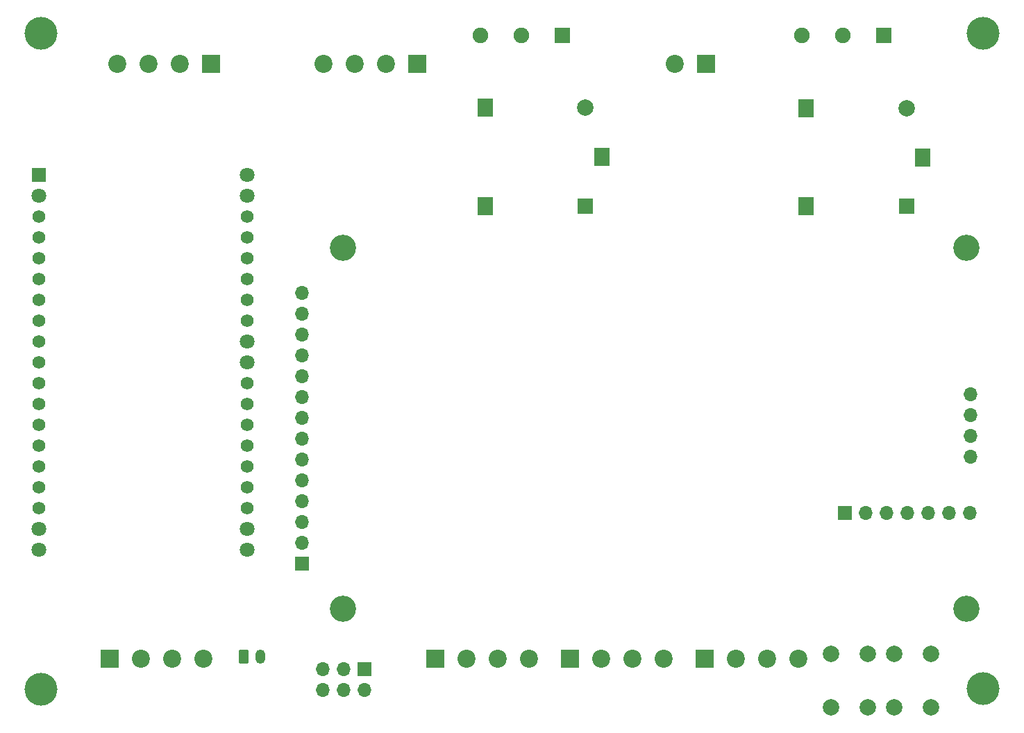
<source format=gbs>
G04 #@! TF.GenerationSoftware,KiCad,Pcbnew,7.0.9-7.0.9~ubuntu23.04.1*
G04 #@! TF.CreationDate,2024-02-02T14:18:09+00:00*
G04 #@! TF.ProjectId,ControllerCircuit,436f6e74-726f-46c6-9c65-724369726375,rev?*
G04 #@! TF.SameCoordinates,Original*
G04 #@! TF.FileFunction,Soldermask,Bot*
G04 #@! TF.FilePolarity,Negative*
%FSLAX46Y46*%
G04 Gerber Fmt 4.6, Leading zero omitted, Abs format (unit mm)*
G04 Created by KiCad (PCBNEW 7.0.9-7.0.9~ubuntu23.04.1) date 2024-02-02 14:18:09*
%MOMM*%
%LPD*%
G01*
G04 APERTURE LIST*
G04 Aperture macros list*
%AMRoundRect*
0 Rectangle with rounded corners*
0 $1 Rounding radius*
0 $2 $3 $4 $5 $6 $7 $8 $9 X,Y pos of 4 corners*
0 Add a 4 corners polygon primitive as box body*
4,1,4,$2,$3,$4,$5,$6,$7,$8,$9,$2,$3,0*
0 Add four circle primitives for the rounded corners*
1,1,$1+$1,$2,$3*
1,1,$1+$1,$4,$5*
1,1,$1+$1,$6,$7*
1,1,$1+$1,$8,$9*
0 Add four rect primitives between the rounded corners*
20,1,$1+$1,$2,$3,$4,$5,0*
20,1,$1+$1,$4,$5,$6,$7,0*
20,1,$1+$1,$6,$7,$8,$9,0*
20,1,$1+$1,$8,$9,$2,$3,0*%
G04 Aperture macros list end*
%ADD10C,4.000000*%
%ADD11R,2.200000X2.200000*%
%ADD12C,2.200000*%
%ADD13R,1.800000X1.800000*%
%ADD14C,1.800000*%
%ADD15C,1.560000*%
%ADD16R,1.700000X1.700000*%
%ADD17O,1.700000X1.700000*%
%ADD18R,1.980000X1.980000*%
%ADD19C,2.000000*%
%ADD20R,1.900000X2.200000*%
%ADD21RoundRect,0.250000X-0.350000X-0.625000X0.350000X-0.625000X0.350000X0.625000X-0.350000X0.625000X0*%
%ADD22O,1.200000X1.750000*%
%ADD23R,1.900000X1.900000*%
%ADD24C,1.900000*%
%ADD25C,3.200000*%
G04 APERTURE END LIST*
D10*
X207400000Y-54200000D03*
X207400000Y-134150000D03*
D11*
X156999188Y-130500000D03*
D12*
X160809188Y-130500000D03*
X164619188Y-130500000D03*
X168429188Y-130500000D03*
D13*
X92256394Y-71430000D03*
D14*
X92256394Y-73970000D03*
D15*
X92256394Y-76510000D03*
X92256394Y-79050000D03*
X92256394Y-81590000D03*
X92256394Y-84130000D03*
X92256394Y-86670000D03*
X92256394Y-89210000D03*
X92256394Y-91750000D03*
X92256394Y-94290000D03*
X92256394Y-96830000D03*
X92256394Y-99370000D03*
X92256394Y-101910000D03*
X92256394Y-104450000D03*
X92256394Y-106990000D03*
X92256394Y-109530000D03*
X92256394Y-112070000D03*
D14*
X92256394Y-114610000D03*
X92256394Y-117150000D03*
X117656394Y-71430000D03*
X117656394Y-73970000D03*
D15*
X117656394Y-76510000D03*
X117656394Y-79050000D03*
X117656394Y-81590000D03*
X117656394Y-84130000D03*
X117656394Y-86670000D03*
X117656394Y-89210000D03*
D14*
X117656394Y-91750000D03*
X117656394Y-94290000D03*
D15*
X117656394Y-96830000D03*
X117656394Y-99370000D03*
X117656394Y-101910000D03*
X117656394Y-104450000D03*
X117656394Y-106990000D03*
X117656394Y-109530000D03*
X117656394Y-112070000D03*
D14*
X117656394Y-114610000D03*
X117656394Y-117150000D03*
D11*
X100849188Y-130500000D03*
D12*
X104659188Y-130500000D03*
X108469188Y-130500000D03*
X112279188Y-130500000D03*
D11*
X140599188Y-130500000D03*
D12*
X144409188Y-130500000D03*
X148219188Y-130500000D03*
X152029188Y-130500000D03*
D16*
X131950000Y-131750000D03*
D17*
X131950000Y-134290000D03*
X129410000Y-131750000D03*
X129410000Y-134290000D03*
X126870000Y-131750000D03*
X126870000Y-134290000D03*
D18*
X198015000Y-75300000D03*
D19*
X198015000Y-63300000D03*
D20*
X200015000Y-69300000D03*
X185815000Y-75300000D03*
X185815000Y-63300000D03*
D21*
X117200000Y-130250000D03*
D22*
X119200000Y-130250000D03*
D10*
X92450000Y-54200000D03*
X92450000Y-134200000D03*
D23*
X195225000Y-54450000D03*
D24*
X190225000Y-54450000D03*
X185225000Y-54450000D03*
D11*
X113200812Y-57950000D03*
D12*
X109390812Y-57950000D03*
X105580812Y-57950000D03*
X101770812Y-57950000D03*
D11*
X173590812Y-57950000D03*
D12*
X169780812Y-57950000D03*
D16*
X190550000Y-112700000D03*
D17*
X193090000Y-112700000D03*
X195630000Y-112700000D03*
X198170000Y-112700000D03*
X200710000Y-112700000D03*
X203250000Y-112700000D03*
X205790000Y-112700000D03*
D19*
X188850000Y-136400000D03*
X188850000Y-129900000D03*
X193350000Y-136400000D03*
X193350000Y-129900000D03*
X196500000Y-136400000D03*
X196500000Y-129900000D03*
X201000000Y-136400000D03*
X201000000Y-129900000D03*
D25*
X205300000Y-124375000D03*
X205300000Y-80375000D03*
X129300000Y-124375000D03*
X129300000Y-80375000D03*
D16*
X124300000Y-118875000D03*
D17*
X124300000Y-116335000D03*
X124300000Y-113795000D03*
X124300000Y-111255000D03*
X124300000Y-108715000D03*
X124300000Y-106175000D03*
X124300000Y-103635000D03*
X124300000Y-101095000D03*
X124300000Y-98555000D03*
X124300000Y-96015000D03*
X124300000Y-93475000D03*
X124300000Y-90935000D03*
X124300000Y-88395000D03*
X124300000Y-85855000D03*
X205800000Y-105875000D03*
X205800000Y-103335000D03*
X205800000Y-100795000D03*
X205800000Y-98255000D03*
D11*
X138350812Y-57950000D03*
D12*
X134540812Y-57950000D03*
X130730812Y-57950000D03*
X126920812Y-57950000D03*
D18*
X158850000Y-75250000D03*
D19*
X158850000Y-63250000D03*
D20*
X160850000Y-69250000D03*
X146650000Y-75250000D03*
X146650000Y-63250000D03*
D23*
X156060000Y-54400000D03*
D24*
X151060000Y-54400000D03*
X146060000Y-54400000D03*
D11*
X173399188Y-130500000D03*
D12*
X177209188Y-130500000D03*
X181019188Y-130500000D03*
X184829188Y-130500000D03*
M02*

</source>
